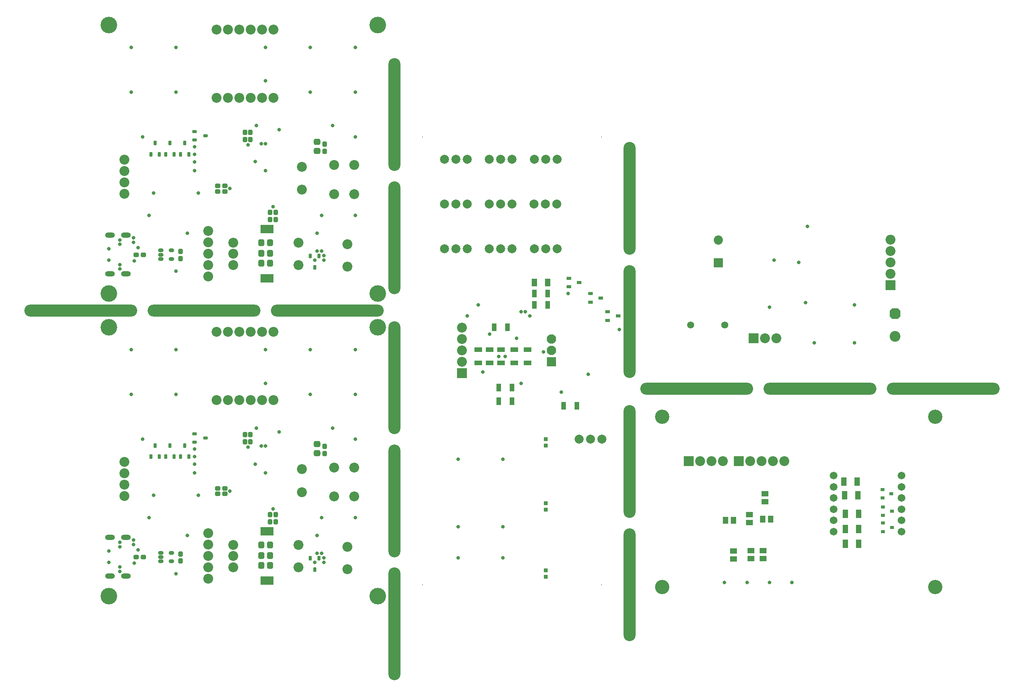
<source format=gbr>
G04*
G04 #@! TF.GenerationSoftware,Altium Limited,Altium Designer,24.2.2 (26)*
G04*
G04 Layer_Color=16711935*
%FSLAX44Y44*%
%MOMM*%
G71*
G04*
G04 #@! TF.SameCoordinates,E132748E-00BF-457D-A5CC-83FA1D806D28*
G04*
G04*
G04 #@! TF.FilePolarity,Negative*
G04*
G01*
G75*
%ADD91R,1.2532X1.5832*%
%ADD92R,1.1732X1.9332*%
%ADD96R,1.5832X1.2532*%
%ADD98R,0.9032X0.8032*%
G04:AMPARAMS|DCode=113|XSize=1.4032mm|YSize=1.5032mm|CornerRadius=0.4016mm|HoleSize=0mm|Usage=FLASHONLY|Rotation=270.000|XOffset=0mm|YOffset=0mm|HoleType=Round|Shape=RoundedRectangle|*
%AMROUNDEDRECTD113*
21,1,1.4032,0.7000,0,0,270.0*
21,1,0.6000,1.5032,0,0,270.0*
1,1,0.8032,-0.3500,-0.3000*
1,1,0.8032,-0.3500,0.3000*
1,1,0.8032,0.3500,0.3000*
1,1,0.8032,0.3500,-0.3000*
%
%ADD113ROUNDEDRECTD113*%
G04:AMPARAMS|DCode=115|XSize=1.2032mm|YSize=1.0032mm|CornerRadius=0.3016mm|HoleSize=0mm|Usage=FLASHONLY|Rotation=90.000|XOffset=0mm|YOffset=0mm|HoleType=Round|Shape=RoundedRectangle|*
%AMROUNDEDRECTD115*
21,1,1.2032,0.4000,0,0,90.0*
21,1,0.6000,1.0032,0,0,90.0*
1,1,0.6032,0.2000,0.3000*
1,1,0.6032,0.2000,-0.3000*
1,1,0.6032,-0.2000,-0.3000*
1,1,0.6032,-0.2000,0.3000*
%
%ADD115ROUNDEDRECTD115*%
G04:AMPARAMS|DCode=116|XSize=1.0032mm|YSize=0.7032mm|CornerRadius=0.2266mm|HoleSize=0mm|Usage=FLASHONLY|Rotation=90.000|XOffset=0mm|YOffset=0mm|HoleType=Round|Shape=RoundedRectangle|*
%AMROUNDEDRECTD116*
21,1,1.0032,0.2500,0,0,90.0*
21,1,0.5500,0.7032,0,0,90.0*
1,1,0.4532,0.1250,0.2750*
1,1,0.4532,0.1250,-0.2750*
1,1,0.4532,-0.1250,-0.2750*
1,1,0.4532,-0.1250,0.2750*
%
%ADD116ROUNDEDRECTD116*%
%ADD119R,1.7000X1.1000*%
%ADD130R,1.1000X1.7000*%
%ADD132O,2.7032X25.2032*%
%ADD133O,25.2032X2.7032*%
%ADD134C,2.2032*%
%ADD135R,2.2032X2.2032*%
%ADD136C,1.7032*%
%ADD137C,3.2032*%
%ADD138C,0.8032*%
%ADD139C,1.5612*%
%ADD140C,2.4032*%
G04:AMPARAMS|DCode=141|XSize=2.4032mm|YSize=2.4032mm|CornerRadius=0mm|HoleSize=0mm|Usage=FLASHONLY|Rotation=270.000|XOffset=0mm|YOffset=0mm|HoleType=Round|Shape=Octagon|*
%AMOCTAGOND141*
4,1,8,-0.6008,-1.2016,0.6008,-1.2016,1.2016,-0.6008,1.2016,0.6008,0.6008,1.2016,-0.6008,1.2016,-1.2016,0.6008,-1.2016,-0.6008,-0.6008,-1.2016,0.0*
%
%ADD141OCTAGOND141*%

%ADD142R,2.2032X2.2032*%
%ADD143C,2.0532*%
%ADD144R,2.0532X2.0532*%
%ADD145R,3.0032X1.9032*%
%ADD146O,2.2032X1.2032*%
%ADD147C,3.7032*%
%ADD148C,2.0032*%
%ADD149C,0.2032*%
%ADD150C,2.1000*%
%ADD151R,2.1000X2.1000*%
%ADD152O,1.2032X0.9032*%
G04:AMPARAMS|DCode=153|XSize=1.0032mm|YSize=0.7032mm|CornerRadius=0.2266mm|HoleSize=0mm|Usage=FLASHONLY|Rotation=0.000|XOffset=0mm|YOffset=0mm|HoleType=Round|Shape=RoundedRectangle|*
%AMROUNDEDRECTD153*
21,1,1.0032,0.2500,0,0,0.0*
21,1,0.5500,0.7032,0,0,0.0*
1,1,0.4532,0.2750,-0.1250*
1,1,0.4532,-0.2750,-0.1250*
1,1,0.4532,-0.2750,0.1250*
1,1,0.4532,0.2750,0.1250*
%
%ADD153ROUNDEDRECTD153*%
G04:AMPARAMS|DCode=154|XSize=1.4032mm|YSize=1.5032mm|CornerRadius=0.4016mm|HoleSize=0mm|Usage=FLASHONLY|Rotation=180.000|XOffset=0mm|YOffset=0mm|HoleType=Round|Shape=RoundedRectangle|*
%AMROUNDEDRECTD154*
21,1,1.4032,0.7000,0,0,180.0*
21,1,0.6000,1.5032,0,0,180.0*
1,1,0.8032,-0.3000,0.3500*
1,1,0.8032,0.3000,0.3500*
1,1,0.8032,0.3000,-0.3500*
1,1,0.8032,-0.3000,-0.3500*
%
%ADD154ROUNDEDRECTD154*%
G04:AMPARAMS|DCode=155|XSize=1.2032mm|YSize=1.0032mm|CornerRadius=0.3016mm|HoleSize=0mm|Usage=FLASHONLY|Rotation=0.000|XOffset=0mm|YOffset=0mm|HoleType=Round|Shape=RoundedRectangle|*
%AMROUNDEDRECTD155*
21,1,1.2032,0.4000,0,0,0.0*
21,1,0.6000,1.0032,0,0,0.0*
1,1,0.6032,0.3000,-0.2000*
1,1,0.6032,-0.3000,-0.2000*
1,1,0.6032,-0.3000,0.2000*
1,1,0.6032,0.3000,0.2000*
%
%ADD155ROUNDEDRECTD155*%
%ADD156R,1.2032X1.8032*%
%ADD157R,1.1000X0.8000*%
%ADD158R,0.9500X0.9500*%
G36*
X1999499Y415750D02*
X2006499D01*
Y421750D01*
X1999499D01*
Y415750D01*
D02*
G37*
G36*
X2019499Y425250D02*
X2026499D01*
Y431250D01*
X2019499D01*
Y425250D01*
D02*
G37*
G36*
X1999499Y434750D02*
X2006499D01*
Y440750D01*
X1999499D01*
Y434750D01*
D02*
G37*
G36*
X1999500Y451750D02*
X2006500D01*
Y457750D01*
X1999500D01*
Y451750D01*
D02*
G37*
G36*
Y470750D02*
X2006500D01*
Y476750D01*
X1999500D01*
Y470750D01*
D02*
G37*
G36*
X2019500Y461250D02*
X2026500D01*
Y467250D01*
X2019500D01*
Y461250D01*
D02*
G37*
G36*
X1998500Y490750D02*
X2005500D01*
Y496750D01*
X1998500D01*
Y490750D01*
D02*
G37*
G36*
Y509750D02*
X2005500D01*
Y515750D01*
X1998500D01*
Y509750D01*
D02*
G37*
G36*
X2018500Y500250D02*
X2025500D01*
Y506250D01*
X2018500D01*
Y500250D01*
D02*
G37*
D91*
X1735000Y446250D02*
D03*
X1752760D02*
D03*
X1669780Y443650D02*
D03*
X1652020D02*
D03*
D92*
X1919200Y458250D02*
D03*
X1948800D02*
D03*
X1919200Y391250D02*
D03*
X1948800D02*
D03*
X1919200Y424250D02*
D03*
X1948800D02*
D03*
X1946800Y500250D02*
D03*
X1917200D02*
D03*
X1945800Y530250D02*
D03*
X1916200D02*
D03*
D96*
X1669750Y375250D02*
D03*
Y357490D02*
D03*
X1735750Y375880D02*
D03*
Y358120D02*
D03*
X1740000Y485790D02*
D03*
Y503550D02*
D03*
X1708500Y358240D02*
D03*
Y376000D02*
D03*
X1705000Y438870D02*
D03*
Y456630D02*
D03*
D98*
X2023000Y428251D02*
D03*
X2003000Y437750D02*
D03*
Y418750D02*
D03*
X2002000Y493750D02*
D03*
Y512750D02*
D03*
X2022000Y503250D02*
D03*
X2023000Y464250D02*
D03*
X2003000Y473750D02*
D03*
Y454750D02*
D03*
D113*
X740000Y1289000D02*
D03*
Y1269000D02*
D03*
Y614000D02*
D03*
Y594000D02*
D03*
D115*
X579270Y1294400D02*
D03*
Y1310400D02*
D03*
X591270Y1294400D02*
D03*
Y1310400D02*
D03*
X647270Y1115400D02*
D03*
Y1131400D02*
D03*
X635270D02*
D03*
Y1115400D02*
D03*
X757000Y1284000D02*
D03*
Y1268000D02*
D03*
X435000Y1044000D02*
D03*
Y1028000D02*
D03*
X579270Y619400D02*
D03*
Y635400D02*
D03*
X591270Y619400D02*
D03*
Y635400D02*
D03*
X647270Y440400D02*
D03*
Y456400D02*
D03*
X635270D02*
D03*
Y440400D02*
D03*
X757000Y609000D02*
D03*
Y593000D02*
D03*
X435000Y369000D02*
D03*
Y353000D02*
D03*
D116*
X435000Y1261000D02*
D03*
X444500Y1286000D02*
D03*
X402000Y1261000D02*
D03*
X411500Y1286000D02*
D03*
X369000Y1261000D02*
D03*
X378500Y1286000D02*
D03*
X454000Y1261000D02*
D03*
X421000D02*
D03*
X388000D02*
D03*
X725000Y1034000D02*
D03*
X744000D02*
D03*
X734500Y1009000D02*
D03*
X435000Y586000D02*
D03*
X444500Y611000D02*
D03*
X402000Y586000D02*
D03*
X411500Y611000D02*
D03*
X369000Y586000D02*
D03*
X378500Y611000D02*
D03*
X454000Y586000D02*
D03*
X421000D02*
D03*
X388000D02*
D03*
X725000Y359000D02*
D03*
X744000D02*
D03*
X734500Y334000D02*
D03*
D119*
X1100000Y825000D02*
D03*
Y795000D02*
D03*
X1125043Y825000D02*
D03*
Y795000D02*
D03*
X1150085Y825000D02*
D03*
Y795000D02*
D03*
X1180000Y825000D02*
D03*
Y795000D02*
D03*
X1210000Y825000D02*
D03*
Y795000D02*
D03*
D130*
X1225000Y949958D02*
D03*
X1255000D02*
D03*
X1225000Y924915D02*
D03*
X1255000D02*
D03*
X1145000Y740000D02*
D03*
X1175000D02*
D03*
X1145000Y710000D02*
D03*
X1175000D02*
D03*
X1290000Y700000D02*
D03*
X1320000D02*
D03*
X1135000Y875000D02*
D03*
X1165000D02*
D03*
D132*
X912500Y212500D02*
D03*
Y487500D02*
D03*
Y762500D02*
D03*
Y1350000D02*
D03*
Y1075000D02*
D03*
X1437500Y300000D02*
D03*
Y575000D02*
D03*
Y1162500D02*
D03*
Y887500D02*
D03*
D133*
X212500Y912500D02*
D03*
X487500D02*
D03*
X762500D02*
D03*
X2137500Y737500D02*
D03*
X1862500D02*
D03*
X1587500D02*
D03*
D134*
X1782900Y576250D02*
D03*
X1757500D02*
D03*
X1706700D02*
D03*
X1732100D02*
D03*
X1645599D02*
D03*
X1594799D02*
D03*
X1620199D02*
D03*
X1765400Y850000D02*
D03*
X1740000D02*
D03*
X2020000Y1020000D02*
D03*
Y994600D02*
D03*
Y1045400D02*
D03*
Y1070800D02*
D03*
X515400Y1539400D02*
D03*
X540800D02*
D03*
X566200D02*
D03*
X591600D02*
D03*
X617000D02*
D03*
X642400D02*
D03*
X515400Y1387000D02*
D03*
X540800D02*
D03*
X566200D02*
D03*
X591600D02*
D03*
X642400D02*
D03*
X617000D02*
D03*
X553000Y1064000D02*
D03*
Y1039000D02*
D03*
Y1014000D02*
D03*
X698000Y1064000D02*
D03*
Y1014000D02*
D03*
X823000Y1237000D02*
D03*
Y1172000D02*
D03*
X778000Y1237000D02*
D03*
Y1172000D02*
D03*
X497000Y1089800D02*
D03*
Y1064400D02*
D03*
Y1039000D02*
D03*
Y1013600D02*
D03*
Y988200D02*
D03*
X310000Y1173000D02*
D03*
Y1198400D02*
D03*
Y1223800D02*
D03*
Y1249200D02*
D03*
X808000Y1010000D02*
D03*
Y1060000D02*
D03*
X706000Y1182000D02*
D03*
Y1233000D02*
D03*
X1063250Y873900D02*
D03*
Y848500D02*
D03*
Y797700D02*
D03*
Y823100D02*
D03*
X515400Y864400D02*
D03*
X540800D02*
D03*
X566200D02*
D03*
X591600D02*
D03*
X617000D02*
D03*
X642400D02*
D03*
X515400Y712000D02*
D03*
X540800D02*
D03*
X566200D02*
D03*
X591600D02*
D03*
X642400D02*
D03*
X617000D02*
D03*
X553000Y389000D02*
D03*
Y364000D02*
D03*
Y339000D02*
D03*
X698000Y389000D02*
D03*
Y339000D02*
D03*
X823000Y562000D02*
D03*
Y497000D02*
D03*
X778000Y562000D02*
D03*
Y497000D02*
D03*
X497000Y414800D02*
D03*
Y389400D02*
D03*
Y364000D02*
D03*
Y338600D02*
D03*
Y313200D02*
D03*
X310000Y498000D02*
D03*
Y523400D02*
D03*
Y548800D02*
D03*
Y574200D02*
D03*
X808000Y335000D02*
D03*
Y385000D02*
D03*
X706000Y507000D02*
D03*
Y558000D02*
D03*
D135*
X1681300Y576250D02*
D03*
X1569399D02*
D03*
X1714600Y850000D02*
D03*
D136*
X2045000Y418750D02*
D03*
Y443750D02*
D03*
Y468750D02*
D03*
Y493750D02*
D03*
Y518750D02*
D03*
Y543750D02*
D03*
X1893000Y418750D02*
D03*
Y443750D02*
D03*
Y468750D02*
D03*
Y493750D02*
D03*
Y518750D02*
D03*
Y543750D02*
D03*
D137*
X1510000Y295000D02*
D03*
X2120000D02*
D03*
Y675000D02*
D03*
X1510000D02*
D03*
D138*
X1800000Y305000D02*
D03*
X1750000D02*
D03*
X1700000D02*
D03*
X1649590D02*
D03*
X1940000Y840000D02*
D03*
Y925000D02*
D03*
X1850000Y840000D02*
D03*
X1835000Y1100140D02*
D03*
X1760000Y1025000D02*
D03*
X1815000Y1020000D02*
D03*
X1830000Y930000D02*
D03*
X1750000Y920000D02*
D03*
X330000Y1065000D02*
D03*
X332000Y1023000D02*
D03*
X450000Y1085000D02*
D03*
X365000Y1125000D02*
D03*
X735000Y1025000D02*
D03*
X755000D02*
D03*
X300000Y1005000D02*
D03*
Y1015000D02*
D03*
Y1060000D02*
D03*
Y1070000D02*
D03*
X330000Y1075000D02*
D03*
X740000Y1045000D02*
D03*
X340000Y1053000D02*
D03*
X466000Y1225000D02*
D03*
Y1278000D02*
D03*
Y1261000D02*
D03*
Y1244000D02*
D03*
X642000Y1144000D02*
D03*
X750000Y1125000D02*
D03*
Y1045000D02*
D03*
X740000Y1085000D02*
D03*
X755000Y1035000D02*
D03*
X825000Y1125000D02*
D03*
X625000Y1500000D02*
D03*
Y1425000D02*
D03*
X604000Y1325000D02*
D03*
X655000Y1316000D02*
D03*
X825000Y1500000D02*
D03*
X725000D02*
D03*
X825000Y1400000D02*
D03*
X725000D02*
D03*
X825000Y1300000D02*
D03*
X775000Y1325000D02*
D03*
X325000Y1500000D02*
D03*
Y1400000D02*
D03*
X425000Y1500000D02*
D03*
X350000Y1300000D02*
D03*
X425000Y1400000D02*
D03*
X625000Y1225000D02*
D03*
X275000Y1050000D02*
D03*
Y1025000D02*
D03*
X475000Y1175000D02*
D03*
X375000D02*
D03*
X425000Y1000000D02*
D03*
X586000Y1282000D02*
D03*
X601500Y1244500D02*
D03*
X615000Y1285000D02*
D03*
X625000D02*
D03*
X545270Y1184400D02*
D03*
X1205000Y910000D02*
D03*
X1300000Y950000D02*
D03*
X1195000Y910000D02*
D03*
X1110000Y775000D02*
D03*
X1145000Y810000D02*
D03*
X1100000Y925000D02*
D03*
X1245000Y820000D02*
D03*
X1185000Y850000D02*
D03*
X1215000Y900000D02*
D03*
X1160000Y810000D02*
D03*
X1125000Y860000D02*
D03*
X1075000Y900000D02*
D03*
X1415000Y870000D02*
D03*
X1195000Y750000D02*
D03*
X1055000Y360000D02*
D03*
X1155000D02*
D03*
X1055000Y430000D02*
D03*
X1155000D02*
D03*
X1055000Y580000D02*
D03*
X1155000D02*
D03*
X1345000Y770000D02*
D03*
X1285000Y730000D02*
D03*
X330000Y390000D02*
D03*
X332000Y348000D02*
D03*
X450000Y410000D02*
D03*
X365000Y450000D02*
D03*
X735000Y350000D02*
D03*
X755000D02*
D03*
X300000Y330000D02*
D03*
Y340000D02*
D03*
Y385000D02*
D03*
Y395000D02*
D03*
X330000Y400000D02*
D03*
X740000Y370000D02*
D03*
X340000Y378000D02*
D03*
X466000Y550000D02*
D03*
Y603000D02*
D03*
Y586000D02*
D03*
Y569000D02*
D03*
X642000Y469000D02*
D03*
X750000Y450000D02*
D03*
Y370000D02*
D03*
X740000Y410000D02*
D03*
X755000Y360000D02*
D03*
X825000Y450000D02*
D03*
X625000Y825000D02*
D03*
Y750000D02*
D03*
X604000Y650000D02*
D03*
X655000Y641000D02*
D03*
X825000Y825000D02*
D03*
X725000D02*
D03*
X825000Y725000D02*
D03*
X725000D02*
D03*
X825000Y625000D02*
D03*
X775000Y650000D02*
D03*
X325000Y825000D02*
D03*
Y725000D02*
D03*
X425000Y825000D02*
D03*
X350000Y625000D02*
D03*
X425000Y725000D02*
D03*
X625000Y550000D02*
D03*
X275000Y375000D02*
D03*
Y350000D02*
D03*
X475000Y500000D02*
D03*
X375000D02*
D03*
X425000Y325000D02*
D03*
X586000Y607000D02*
D03*
X601500Y569500D02*
D03*
X615000Y610000D02*
D03*
X625000D02*
D03*
X545270Y509400D02*
D03*
D139*
X1650000Y880000D02*
D03*
X1574000D02*
D03*
D140*
X2030000Y855000D02*
D03*
D141*
Y905000D02*
D03*
D142*
X2020000Y969200D02*
D03*
X1063250Y772300D02*
D03*
D143*
X1635400Y1070000D02*
D03*
D144*
Y1019200D02*
D03*
D145*
X628000Y1094000D02*
D03*
Y984000D02*
D03*
Y419000D02*
D03*
Y309000D02*
D03*
D146*
X313500Y1081000D02*
D03*
X278000D02*
D03*
X313500Y994500D02*
D03*
X278000D02*
D03*
X313500Y406000D02*
D03*
X278000D02*
D03*
X313500Y319500D02*
D03*
X278000D02*
D03*
D147*
X875000Y950000D02*
D03*
X275000D02*
D03*
X875000Y1550000D02*
D03*
X275000D02*
D03*
X875000Y275000D02*
D03*
X275000D02*
D03*
X875000Y875000D02*
D03*
X275000D02*
D03*
D148*
X1224600Y1050000D02*
D03*
X1250000D02*
D03*
X1275400D02*
D03*
X1224200Y1150000D02*
D03*
X1249600D02*
D03*
X1275000D02*
D03*
X1075400D02*
D03*
X1050000D02*
D03*
X1024600D02*
D03*
Y1050000D02*
D03*
X1050000D02*
D03*
X1075400D02*
D03*
X1375400Y625000D02*
D03*
X1350000D02*
D03*
X1324600D02*
D03*
X1275400Y1250000D02*
D03*
X1250000D02*
D03*
X1224600D02*
D03*
X1175400D02*
D03*
X1150000D02*
D03*
X1124600D02*
D03*
X1075400D02*
D03*
X1050000D02*
D03*
X1024600D02*
D03*
X1175400Y1150000D02*
D03*
X1150000D02*
D03*
X1124600D02*
D03*
X1175400Y1050000D02*
D03*
X1150000D02*
D03*
X1124600D02*
D03*
D149*
X975000Y300000D02*
D03*
X1375000Y1300000D02*
D03*
X975000D02*
D03*
X1375000Y300000D02*
D03*
D150*
X1263250Y848900D02*
D03*
Y823500D02*
D03*
D151*
Y798100D02*
D03*
D152*
X391000Y1027500D02*
D03*
Y1037000D02*
D03*
Y1046500D02*
D03*
X415000Y1027500D02*
D03*
Y1046500D02*
D03*
X391000Y352500D02*
D03*
Y362000D02*
D03*
Y371500D02*
D03*
X415000Y352500D02*
D03*
Y371500D02*
D03*
D153*
X466000Y1293000D02*
D03*
X491000Y1302500D02*
D03*
X466000Y1312000D02*
D03*
Y618000D02*
D03*
X491000Y627500D02*
D03*
X466000Y637000D02*
D03*
D154*
X615000Y1018000D02*
D03*
X635000D02*
D03*
X635000Y1064000D02*
D03*
X615000D02*
D03*
X635000Y1040000D02*
D03*
X615000D02*
D03*
X615000Y343000D02*
D03*
X635000D02*
D03*
X635000Y389000D02*
D03*
X615000D02*
D03*
X635000Y365000D02*
D03*
X615000D02*
D03*
D155*
X518270Y1190400D02*
D03*
X534270D02*
D03*
Y1178400D02*
D03*
X518270D02*
D03*
X336000Y1037000D02*
D03*
X352000D02*
D03*
X518270Y515400D02*
D03*
X534270D02*
D03*
Y503400D02*
D03*
X518270D02*
D03*
X336000Y362000D02*
D03*
X352000D02*
D03*
D156*
X1225000Y975000D02*
D03*
X1255000D02*
D03*
D157*
X1325000D02*
D03*
X1302000Y965500D02*
D03*
X1301750Y984500D02*
D03*
X1373250Y940500D02*
D03*
X1350250Y931000D02*
D03*
X1350000Y950000D02*
D03*
X1411750Y900000D02*
D03*
X1388750Y890500D02*
D03*
X1388500Y909500D02*
D03*
D158*
X1250000Y318000D02*
D03*
Y332000D02*
D03*
Y468000D02*
D03*
Y482000D02*
D03*
Y611000D02*
D03*
Y625000D02*
D03*
M02*

</source>
